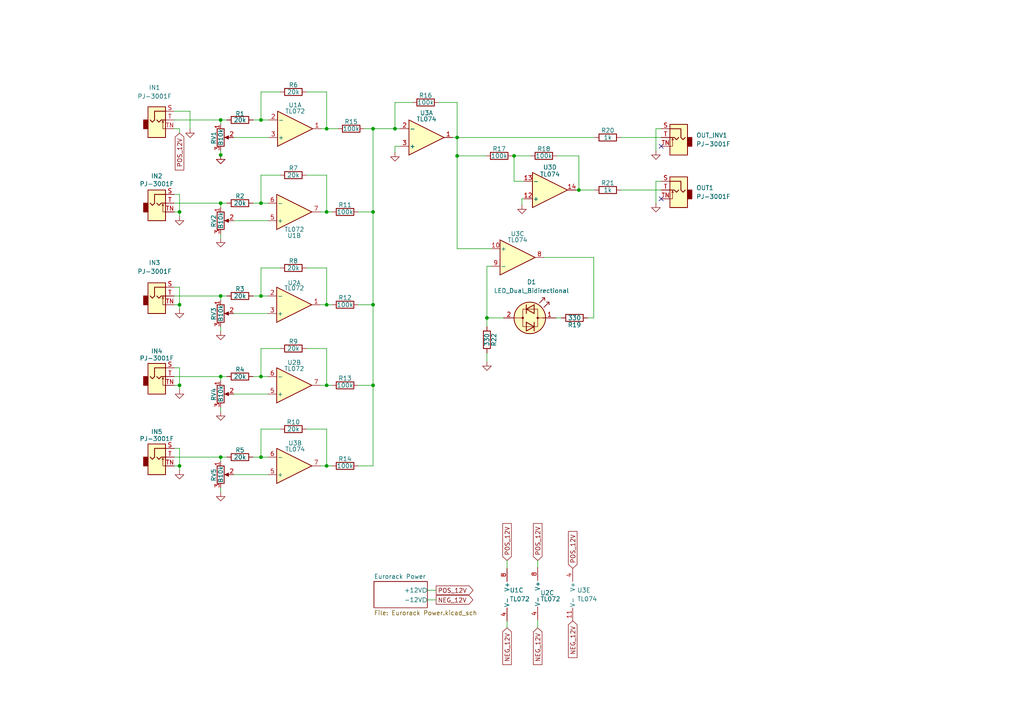
<source format=kicad_sch>
(kicad_sch (version 20211123) (generator eeschema)
  (paper "A4")
  (title_block (title "MiniAttenuMix") (rev "v0.3") (company "benjiaomodular") (comment 1 "CV Mixer with Attenuverted Inputs"))
  (lib_symbols
    (symbol "Amplifier_Operational:TL072" (pin_names (offset 0.127))
      (property "Reference" "U" (at 0 5.08 0))
      (property "Value" "TL072" (at 0 -5.08 0))
      (symbol "TL072_1_1"
        (polyline (pts (xy -5.08 5.08) (xy 5.08 0) (xy -5.08 -5.08) (xy -5.08 5.08)) (stroke (width 0.254)) (fill (type background)))
        (pin output line (at 7.62 0 180) (length 2.54) (name "~") (number "1"))
        (pin input line (at -7.62 -2.54 0) (length 2.54) (name "-") (number "2"))
        (pin input line (at -7.62 2.54 0) (length 2.54) (name "+") (number "3"))
      )
      (symbol "TL072_2_1"
        (polyline (pts (xy -5.08 5.08) (xy 5.08 0) (xy -5.08 -5.08) (xy -5.08 5.08)) (stroke (width 0.254)) (fill (type background)))
        (pin input line (at -7.62 2.54 0) (length 2.54) (name "+") (number "5"))
        (pin input line (at -7.62 -2.54 0) (length 2.54) (name "-") (number "6"))
        (pin output line (at 7.62 0 180) (length 2.54) (name "~") (number "7"))
      )
      (symbol "TL072_3_1"
        (pin power_in line (at -2.54 -7.62 90) (length 3.81) (name "V-") (number "4"))
        (pin power_in line (at -2.54 7.62 270) (length 3.81) (name "V+") (number "8"))
      )
    )
    (symbol "Amplifier_Operational:TL074" (pin_names (offset 0.127))
      (property "Reference" "U" (at 0 5.08 0))
      (property "Value" "TL074" (at 0 -5.08 0))
      (symbol "TL074_1_1"
        (polyline (pts (xy -5.08 5.08) (xy 5.08 0) (xy -5.08 -5.08) (xy -5.08 5.08)) (stroke (width 0.254)) (fill (type background)))
        (pin output line (at 7.62 0 180) (length 2.54) (name "~") (number "1"))
        (pin input line (at -7.62 -2.54 0) (length 2.54) (name "-") (number "2"))
        (pin input line (at -7.62 2.54 0) (length 2.54) (name "+") (number "3"))
      )
      (symbol "TL074_2_1"
        (polyline (pts (xy -5.08 5.08) (xy 5.08 0) (xy -5.08 -5.08) (xy -5.08 5.08)) (stroke (width 0.254)) (fill (type background)))
        (pin input line (at -7.62 2.54 0) (length 2.54) (name "+") (number "5"))
        (pin input line (at -7.62 -2.54 0) (length 2.54) (name "-") (number "6"))
        (pin output line (at 7.62 0 180) (length 2.54) (name "~") (number "7"))
      )
      (symbol "TL074_3_1"
        (polyline (pts (xy -5.08 5.08) (xy 5.08 0) (xy -5.08 -5.08) (xy -5.08 5.08)) (stroke (width 0.254)) (fill (type background)))
        (pin input line (at -7.62 2.54 0) (length 2.54) (name "+") (number "10"))
        (pin output line (at 7.62 0 180) (length 2.54) (name "~") (number "8"))
        (pin input line (at -7.62 -2.54 0) (length 2.54) (name "-") (number "9"))
      )
      (symbol "TL074_4_1"
        (polyline (pts (xy -5.08 5.08) (xy 5.08 0) (xy -5.08 -5.08) (xy -5.08 5.08)) (stroke (width 0.254)) (fill (type background)))
        (pin input line (at -7.62 2.54 0) (length 2.54) (name "+") (number "12"))
        (pin input line (at -7.62 -2.54 0) (length 2.54) (name "-") (number "13"))
        (pin output line (at 7.62 0 180) (length 2.54) (name "~") (number "14"))
      )
      (symbol "TL074_5_1"
        (pin power_in line (at -2.54 -7.62 90) (length 3.81) (name "V-") (number "11"))
        (pin power_in line (at -2.54 7.62 270) (length 3.81) (name "V+") (number "4"))
      )
    )
    (symbol "Connector:AudioJack2_SwitchT"
      (property "Reference" "J" (at 0 8.89 0))
      (property "Value" "AudioJack2_SwitchT" (at 0 6.35 0))
      (symbol "AudioJack2_SwitchT_0_1"
        (rectangle (start -2.54 0) (end -3.81 -2.54) (stroke (width 0.254)) (fill (type outline)))
        (polyline (pts (xy 1.778 -0.254) (xy 2.032 -0.762)))
        (polyline (pts (xy 0 0) (xy 0.635 -0.635) (xy 1.27 0) (xy 2.54 0)) (stroke (width 0.254)))
        (polyline (pts (xy 2.54 -2.54) (xy 1.778 -2.54) (xy 1.778 -0.254) (xy 1.524 -0.762)))
        (polyline (pts (xy 2.54 2.54) (xy -0.635 2.54) (xy -0.635 0) (xy -1.27 -0.635) (xy -1.905 0)) (stroke (width 0.254)))
        (rectangle (start 2.54 3.81) (end -2.54 -5.08) (stroke (width 0.254)) (fill (type background)))
      )
      (symbol "AudioJack2_SwitchT_1_1"
        (pin passive line (at 5.08 2.54 180) (length 2.54) (name "~") (number "S"))
        (pin passive line (at 5.08 0 180) (length 2.54) (name "~") (number "T"))
        (pin passive line (at 5.08 -2.54 180) (length 2.54) (name "~") (number "TN"))
      )
    )
    (symbol "Device:LED_Dual_Bidirectional" (pin_names (offset 0) hide)
      (property "Reference" "D" (at 0 5.715 0))
      (property "Value" "LED_Dual_Bidirectional" (at 0 -6.35 0))
      (symbol "LED_Dual_Bidirectional_0_1"
        (circle (center -2.032 0) (radius 0.254) (fill (type outline)))
        (polyline (pts (xy -4.572 0) (xy -2.54 0)))
        (polyline (pts (xy -2.032 0) (xy -2.54 0)))
        (polyline (pts (xy -1.016 3.81) (xy -1.016 1.27)) (stroke (width 0.254)))
        (polyline (pts (xy 1.27 -1.27) (xy 1.27 -3.81)) (stroke (width 0.254)))
        (polyline (pts (xy 4.064 0) (xy 2.286 0)) (fill (type outline)))
        (polyline (pts (xy 4.318 5.842) (xy 4.318 5.08)) (stroke (width 0.2032)))
        (polyline (pts (xy 5.588 4.572) (xy 5.588 3.81)) (stroke (width 0.2032)))
        (polyline (pts (xy 2.794 4.318) (xy 4.318 5.842) (xy 3.556 5.842)) (stroke (width 0.2032)))
        (polyline (pts (xy 4.064 3.048) (xy 5.588 4.572) (xy 4.826 4.572)) (stroke (width 0.2032)))
        (polyline (pts (xy -1.016 -1.27) (xy -1.016 -3.81) (xy 1.27 -2.54) (xy -1.016 -1.27)) (stroke (width 0.254)))
        (polyline (pts (xy 1.27 3.81) (xy 1.27 1.27) (xy -1.016 2.54) (xy 1.27 3.81)) (stroke (width 0.254)))
        (polyline (pts (xy 2.286 2.54) (xy -2.032 2.54) (xy -2.032 -2.54) (xy 2.286 -2.54) (xy 2.286 2.54)))
        (circle (center 0 0) (radius 4.572) (stroke (width 0.254)) (fill (type background)))
        (circle (center 2.286 0) (radius 0.254) (fill (type outline)))
      )
      (symbol "LED_Dual_Bidirectional_1_1"
        (pin input line (at 7.62 0 180) (length 3.81) (name "KA") (number "1"))
        (pin input line (at -7.62 0 0) (length 3.048) (name "AK") (number "2"))
      )
    )
    (symbol "Device:R" (pin_numbers hide) (pin_names (offset 0))
      (property "Reference" "R" (at 2.032 0 90))
      (property "Value" "R" (at 0 0 90))
      (symbol "R_0_1"
        (rectangle (start -1.016 -2.54) (end 1.016 2.54) (stroke (width 0.254)))
      )
      (symbol "R_1_1"
        (pin passive line (at 0 3.81 270) (length 1.27) (name "~") (number "1"))
        (pin passive line (at 0 -3.81 90) (length 1.27) (name "~") (number "2"))
      )
    )
    (symbol "Device:R_Potentiometer" (pin_names (offset 1.016) hide)
      (property "Reference" "RV" (at -4.445 0 90))
      (property "Value" "R_Potentiometer" (at -2.54 0 90))
      (symbol "R_Potentiometer_0_1"
        (polyline (pts (xy 2.54 0) (xy 1.524 0)))
        (polyline (pts (xy 1.143 0) (xy 2.286 0.508) (xy 2.286 -0.508) (xy 1.143 0)) (fill (type outline)))
        (rectangle (start 1.016 2.54) (end -1.016 -2.54) (stroke (width 0.254)))
      )
      (symbol "R_Potentiometer_1_1"
        (pin passive line (at 0 3.81 270) (length 1.27) (name "1") (number "1"))
        (pin passive line (at 3.81 0 180) (length 1.27) (name "2") (number "2"))
        (pin passive line (at 0 -3.81 90) (length 1.27) (name "3") (number "3"))
      )
    )
    (symbol "power:GND" (power) (pin_names (offset 0))
      (property "Value" "GND" (at 0 -3.81 0))
      (symbol "GND_0_1"
        (polyline (pts (xy 0 0) (xy 0 -1.27) (xy 1.27 -1.27) (xy 0 -2.54) (xy -1.27 -1.27) (xy 0 -1.27)))
      )
      (symbol "GND_1_1"
        (pin power_in line (at 0 0 270) (length 0) hide (name "GND") (number "1"))
      )
    )
  )
  (junction (at 132.588 45.212))
  (junction (at 94.742 37.338))
  (junction (at 94.742 88.392))
  (junction (at 64.008 34.798))
  (junction (at 75.692 132.588))
  (junction (at 132.588 39.878))
  (junction (at 64.008 58.928))
  (junction (at 75.692 85.852))
  (junction (at 52.07 88.392))
  (junction (at 149.098 45.212))
  (junction (at 94.742 135.128))
  (junction (at 64.008 132.588))
  (junction (at 52.07 61.468))
  (junction (at 52.07 111.76))
  (junction (at 64.008 85.852))
  (junction (at 64.008 44.958))
  (junction (at 94.742 61.468))
  (junction (at 114.554 37.338))
  (junction (at 94.742 111.76))
  (junction (at 108.204 61.468))
  (junction (at 108.204 111.76))
  (junction (at 52.07 135.128))
  (junction (at 75.692 58.928))
  (junction (at 108.204 37.338))
  (junction (at 108.204 88.392))
  (junction (at 141.224 92.202))
  (junction (at 167.894 55.118))
  (junction (at 75.692 34.798))
  (junction (at 64.008 109.22))
  (junction (at 75.692 109.22))
  (no_connect (at 191.77 42.418))
  (no_connect (at 191.77 57.658))
  (wire (pts (xy 108.204 88.392) (xy 103.886 88.392)))
  (wire (pts (xy 81.28 26.67) (xy 75.692 26.67)))
  (wire (pts (xy 52.07 130.048) (xy 52.07 135.128)))
  (wire (pts (xy 132.588 45.212) (xy 132.588 72.136)))
  (wire (pts (xy 50.546 61.468) (xy 52.07 61.468)))
  (wire (pts (xy 191.77 52.578) (xy 190.246 52.578)))
  (wire (pts (xy 50.546 132.588) (xy 64.008 132.588)))
  (wire (pts (xy 94.742 135.128) (xy 96.266 135.128)))
  (wire (pts (xy 94.742 77.724) (xy 94.742 88.392)))
  (wire (pts (xy 64.008 34.798) (xy 64.008 36.068)))
  (wire (pts (xy 50.546 58.928) (xy 64.008 58.928)))
  (wire (pts (xy 52.07 106.68) (xy 52.07 111.76)))
  (wire (pts (xy 52.07 88.392) (xy 52.07 89.662)))
  (wire (pts (xy 157.734 74.676) (xy 172.212 74.676)))
  (wire (pts (xy 81.28 77.724) (xy 75.692 77.724)))
  (wire (pts (xy 108.204 111.76) (xy 108.204 135.128)))
  (wire (pts (xy 94.742 26.67) (xy 94.742 37.338)))
  (wire (pts (xy 50.546 135.128) (xy 52.07 135.128)))
  (wire (pts (xy 94.742 88.392) (xy 92.964 88.392)))
  (wire (pts (xy 64.008 34.798) (xy 65.786 34.798)))
  (wire (pts (xy 147.066 162.56) (xy 147.066 164.846)))
  (wire (pts (xy 52.07 56.388) (xy 52.07 61.468)))
  (wire (pts (xy 50.546 106.68) (xy 52.07 106.68)))
  (wire (pts (xy 94.742 124.46) (xy 94.742 135.128)))
  (wire (pts (xy 50.546 85.852) (xy 64.008 85.852)))
  (wire (pts (xy 94.742 37.338) (xy 98.044 37.338)))
  (wire (pts (xy 94.742 88.392) (xy 96.266 88.392)))
  (wire (pts (xy 75.692 50.8) (xy 75.692 58.928)))
  (wire (pts (xy 132.588 45.212) (xy 132.588 39.878)))
  (wire (pts (xy 94.742 50.8) (xy 94.742 61.468)))
  (wire (pts (xy 64.008 132.588) (xy 65.786 132.588)))
  (wire (pts (xy 94.742 37.338) (xy 93.218 37.338)))
  (wire (pts (xy 114.554 29.718) (xy 114.554 37.338)))
  (wire (pts (xy 73.406 85.852) (xy 75.692 85.852)))
  (wire (pts (xy 141.224 92.202) (xy 141.224 94.742)))
  (wire (pts (xy 52.07 135.128) (xy 52.07 136.398)))
  (wire (pts (xy 88.9 124.46) (xy 94.742 124.46)))
  (wire (pts (xy 94.742 135.128) (xy 92.964 135.128)))
  (wire (pts (xy 67.818 64.008) (xy 77.724 64.008)))
  (wire (pts (xy 67.818 90.932) (xy 77.724 90.932)))
  (wire (pts (xy 75.692 34.798) (xy 77.978 34.798)))
  (wire (pts (xy 141.224 92.202) (xy 146.05 92.202)))
  (wire (pts (xy 64.008 132.588) (xy 64.008 133.858)))
  (wire (pts (xy 172.212 74.676) (xy 172.212 92.202)))
  (wire (pts (xy 132.588 39.878) (xy 172.466 39.878)))
  (wire (pts (xy 149.098 45.212) (xy 153.924 45.212)))
  (wire (pts (xy 88.9 101.092) (xy 94.742 101.092)))
  (wire (pts (xy 167.894 45.212) (xy 167.894 55.118)))
  (wire (pts (xy 55.118 32.258) (xy 55.118 37.338)))
  (wire (pts (xy 64.008 58.928) (xy 65.786 58.928)))
  (wire (pts (xy 141.224 102.362) (xy 141.224 104.902)))
  (wire (pts (xy 75.692 101.092) (xy 75.692 109.22)))
  (wire (pts (xy 52.07 37.338) (xy 52.07 38.608)))
  (wire (pts (xy 161.544 45.212) (xy 167.894 45.212)))
  (wire (pts (xy 50.546 88.392) (xy 52.07 88.392)))
  (wire (pts (xy 123.952 173.99) (xy 126.492 173.99)))
  (wire (pts (xy 180.086 39.878) (xy 191.77 39.878)))
  (wire (pts (xy 94.742 61.468) (xy 96.266 61.468)))
  (wire (pts (xy 64.008 67.818) (xy 64.008 69.088)))
  (wire (pts (xy 108.204 37.338) (xy 108.204 61.468)))
  (wire (pts (xy 155.956 164.592) (xy 155.956 162.56)))
  (wire (pts (xy 88.9 77.724) (xy 94.742 77.724)))
  (wire (pts (xy 149.098 45.212) (xy 149.098 52.578)))
  (wire (pts (xy 75.692 109.22) (xy 77.724 109.22)))
  (wire (pts (xy 88.9 26.67) (xy 94.742 26.67)))
  (wire (pts (xy 191.77 37.338) (xy 190.246 37.338)))
  (wire (pts (xy 180.086 55.118) (xy 191.77 55.118)))
  (wire (pts (xy 132.588 45.212) (xy 140.97 45.212)))
  (wire (pts (xy 64.008 109.22) (xy 64.008 110.49)))
  (wire (pts (xy 52.07 61.468) (xy 52.07 62.738)))
  (wire (pts (xy 127.254 29.718) (xy 132.588 29.718)))
  (wire (pts (xy 94.742 111.76) (xy 96.266 111.76)))
  (wire (pts (xy 52.07 83.312) (xy 52.07 88.392)))
  (wire (pts (xy 50.546 56.388) (xy 52.07 56.388)))
  (wire (pts (xy 75.692 58.928) (xy 77.724 58.928)))
  (wire (pts (xy 151.892 57.658) (xy 151.384 57.658)))
  (wire (pts (xy 167.894 55.118) (xy 167.132 55.118)))
  (wire (pts (xy 50.546 130.048) (xy 52.07 130.048)))
  (wire (pts (xy 167.894 55.118) (xy 172.466 55.118)))
  (wire (pts (xy 132.588 39.878) (xy 131.318 39.878)))
  (wire (pts (xy 64.008 94.742) (xy 64.008 96.012)))
  (wire (pts (xy 67.818 39.878) (xy 77.978 39.878)))
  (wire (pts (xy 155.956 182.118) (xy 155.956 179.832)))
  (wire (pts (xy 64.008 58.928) (xy 64.008 60.198)))
  (wire (pts (xy 50.546 109.22) (xy 64.008 109.22)))
  (wire (pts (xy 64.008 43.688) (xy 64.008 44.958)))
  (wire (pts (xy 119.634 29.718) (xy 114.554 29.718)))
  (wire (pts (xy 116.078 42.418) (xy 114.554 42.418)))
  (wire (pts (xy 67.818 137.668) (xy 77.724 137.668)))
  (wire (pts (xy 123.952 171.196) (xy 126.492 171.196)))
  (wire (pts (xy 81.28 101.092) (xy 75.692 101.092)))
  (wire (pts (xy 73.406 34.798) (xy 75.692 34.798)))
  (wire (pts (xy 147.066 180.086) (xy 147.066 182.118)))
  (wire (pts (xy 75.692 132.588) (xy 77.724 132.588)))
  (wire (pts (xy 148.59 45.212) (xy 149.098 45.212)))
  (wire (pts (xy 94.742 101.092) (xy 94.742 111.76)))
  (wire (pts (xy 64.008 118.11) (xy 64.008 119.38)))
  (wire (pts (xy 103.886 61.468) (xy 108.204 61.468)))
  (wire (pts (xy 73.406 132.588) (xy 75.692 132.588)))
  (wire (pts (xy 88.9 50.8) (xy 94.742 50.8)))
  (wire (pts (xy 75.692 85.852) (xy 77.724 85.852)))
  (wire (pts (xy 81.28 50.8) (xy 75.692 50.8)))
  (wire (pts (xy 108.204 37.338) (xy 114.554 37.338)))
  (wire (pts (xy 75.692 77.724) (xy 75.692 85.852)))
  (wire (pts (xy 50.546 32.258) (xy 55.118 32.258)))
  (wire (pts (xy 141.224 77.216) (xy 141.224 92.202)))
  (wire (pts (xy 50.546 34.798) (xy 64.008 34.798)))
  (wire (pts (xy 73.406 109.22) (xy 75.692 109.22)))
  (wire (pts (xy 132.588 29.718) (xy 132.588 39.878)))
  (wire (pts (xy 64.008 85.852) (xy 65.786 85.852)))
  (wire (pts (xy 149.098 52.578) (xy 151.892 52.578)))
  (wire (pts (xy 142.494 77.216) (xy 141.224 77.216)))
  (wire (pts (xy 114.554 42.418) (xy 114.554 44.196)))
  (wire (pts (xy 73.406 58.928) (xy 75.692 58.928)))
  (wire (pts (xy 64.008 109.22) (xy 65.786 109.22)))
  (wire (pts (xy 75.692 26.67) (xy 75.692 34.798)))
  (wire (pts (xy 114.554 37.338) (xy 116.078 37.338)))
  (wire (pts (xy 151.384 57.658) (xy 151.384 59.436)))
  (wire (pts (xy 108.204 88.392) (xy 108.204 111.76)))
  (wire (pts (xy 170.434 92.202) (xy 172.212 92.202)))
  (wire (pts (xy 105.664 37.338) (xy 108.204 37.338)))
  (wire (pts (xy 50.546 83.312) (xy 52.07 83.312)))
  (wire (pts (xy 132.588 72.136) (xy 142.494 72.136)))
  (wire (pts (xy 81.28 124.46) (xy 75.692 124.46)))
  (wire (pts (xy 52.07 111.76) (xy 52.07 113.03)))
  (wire (pts (xy 190.246 52.578) (xy 190.246 58.928)))
  (wire (pts (xy 75.692 124.46) (xy 75.692 132.588)))
  (wire (pts (xy 161.29 92.202) (xy 162.814 92.202)))
  (wire (pts (xy 108.204 61.468) (xy 108.204 88.392)))
  (wire (pts (xy 108.204 135.128) (xy 103.886 135.128)))
  (wire (pts (xy 50.546 37.338) (xy 52.07 37.338)))
  (wire (pts (xy 67.818 114.3) (xy 77.724 114.3)))
  (wire (pts (xy 64.008 85.852) (xy 64.008 87.122)))
  (wire (pts (xy 94.742 61.468) (xy 92.964 61.468)))
  (wire (pts (xy 190.246 37.338) (xy 190.246 43.688)))
  (wire (pts (xy 94.742 111.76) (xy 92.964 111.76)))
  (wire (pts (xy 50.546 111.76) (xy 52.07 111.76)))
  (wire (pts (xy 64.008 141.478) (xy 64.008 142.748)))
  (wire (pts (xy 108.204 111.76) (xy 103.886 111.76)))
  (global_label "NEG_12V" (shape input) (at 155.956 182.118 270) (property "Intersheet References" "${INTERSHEET_REFS}" (effects hide)))
  (global_label "POS_12V" (shape input) (at 155.956 162.56 90) (property "Intersheet References" "${INTERSHEET_REFS}" (effects hide)))
  (global_label "POS_12V" (shape input) (at 147.066 162.56 90) (property "Intersheet References" "${INTERSHEET_REFS}" (effects hide)))
  (global_label "NEG_12V" (shape output) (at 126.492 173.99 0) (property "Intersheet References" "${INTERSHEET_REFS}" (effects hide)))
  (global_label "NEG_12V" (shape input) (at 147.066 182.118 270) (property "Intersheet References" "${INTERSHEET_REFS}" (effects hide)))
  (global_label "POS_12V" (shape input) (at 52.07 38.608 270) (property "Intersheet References" "${INTERSHEET_REFS}" (effects hide)))
  (global_label "POS_12V" (shape output) (at 126.492 171.196 0) (property "Intersheet References" "${INTERSHEET_REFS}" (effects hide)))
  (global_label "NEG_12V" (shape input) (at 166.116 180.086 270) (property "Intersheet References" "${INTERSHEET_REFS}" (effects hide)))
  (global_label "POS_12V" (shape input) (at 166.116 164.846 90) (property "Intersheet References" "${INTERSHEET_REFS}" (effects hide)))
  (symbol (lib_id "Device:R") (at 100.076 61.468 90) (unit 1)
    (property "Reference" "R11" (at 100.076 59.436 90))
    (property "Value" "100k" (at 100.076 61.468 90))
    (property "Footprint" "Resistor_SMD:R_0603_1608Metric_Pad0.98x0.95mm_HandSolder" (effects hide))
    (property "Manufacturers Name" "YAGEO" (effects hide))
    (property "Manufacturers Part Number" "RC0603FR-07100KL " (effects hide))
  )
  (symbol (lib_id "power:GND") (at 64.008 96.012 0) (unit 1)
    (property "Reference" "#PWR09" (effects hide))
    (property "Value" "GND" (effects hide))
  )
  (symbol (lib_id "power:GND") (at 52.07 136.398 0) (unit 1)
    (property "Reference" "#PWR04" (effects hide))
    (property "Value" "GND" (effects hide))
  )
  (symbol (lib_id "Device:R") (at 166.624 92.202 270) (unit 1)
    (property "Reference" "R19" (at 166.624 94.234 90))
    (property "Value" "330" (at 166.624 92.202 90))
    (property "Footprint" "Resistor_SMD:R_0603_1608Metric_Pad0.98x0.95mm_HandSolder" (effects hide))
    (property "Manufacturers Name" "TE Connectivity / Holsworthy" (effects hide))
    (property "Manufacturers Part Number" "CRG0603F330R" (effects hide))
  )
  (symbol (lib_id "Amplifier_Operational:TL074") (at 168.656 172.466 0) (unit 5)
    (property "Reference" "U3" (at 167.386 171.1959 0) (effects (justify left)))
    (property "Value" "TL074" (at 167.386 173.7359 0) (effects (justify left)))
    (property "Footprint" "Package_SO:SOIC-14_3.9x8.7mm_P1.27mm" (effects hide))
    (property "Datasheet" "http://www.ti.com/lit/ds/symlink/tl071.pdf" (effects hide))
    (property "Manufacturers Name" "STMicroelectronics" (effects hide))
    (property "Manufacturers Part Number" "TL074ACDT " (effects hide))
  )
  (symbol (lib_id "power:GND") (at 64.008 119.38 0) (unit 1)
    (property "Reference" "#PWR010" (effects hide))
    (property "Value" "GND" (effects hide))
  )
  (symbol (lib_id "power:GND") (at 151.384 59.436 0) (unit 1)
    (property "Reference" "#PWR013" (effects hide))
    (property "Value" "GND" (effects hide))
  )
  (symbol (lib_id "Amplifier_Operational:TL072") (at 85.344 88.392 0) (mirror x) (unit 1)
    (property "Reference" "U2" (at 85.344 82.042 0))
    (property "Value" "TL072" (at 85.344 83.566 0))
    (property "Footprint" "Package_SO:SOIC-8_3.9x4.9mm_P1.27mm" (effects hide))
    (property "Datasheet" "http://www.ti.com/lit/ds/symlink/tl071.pdf" (effects hide))
    (property "Manufacturers Name" "STMicroelectronics" (effects hide))
    (property "Manufacturers Part Number" "TL072CDT" (effects hide))
  )
  (symbol (lib_id "Device:R_Potentiometer") (at 64.008 64.008 0) (unit 1)
    (property "Reference" "RV2" (at 61.976 62.23 90) (effects (justify right)))
    (property "Value" "B10k" (at 64.008 61.468 90) (effects (justify right)))
    (property "Footprint" "benjiaomodular:Potentiometer_RV09" (effects hide))
    (property "Manufacturers Name" "Alpha (Taiwan)" (effects hide))
    (property "Manufacturers Part Number" "RD901F-40-15R1-B100K" (effects hide))
  )
  (symbol (lib_id "Device:R") (at 144.78 45.212 90) (unit 1)
    (property "Reference" "R17" (at 144.78 43.18 90))
    (property "Value" "100k" (at 144.78 45.212 90))
    (property "Footprint" "Resistor_SMD:R_0603_1608Metric_Pad0.98x0.95mm_HandSolder" (effects hide))
    (property "Manufacturers Name" "YAGEO" (effects hide))
    (property "Manufacturers Part Number" "RC0603FR-07100KL " (effects hide))
  )
  (symbol (lib_id "Device:R") (at 101.854 37.338 90) (unit 1)
    (property "Reference" "R15" (at 101.854 35.306 90))
    (property "Value" "100k" (at 101.854 37.338 90))
    (property "Footprint" "Resistor_SMD:R_0603_1608Metric_Pad0.98x0.95mm_HandSolder" (effects hide))
    (property "Manufacturers Name" "YAGEO" (effects hide))
    (property "Manufacturers Part Number" "RC0603FR-07100KL " (effects hide))
  )
  (symbol (lib_id "Device:LED_Dual_Bidirectional") (at 153.67 92.202 0) (unit 1)
    (property "Reference" "D1" (at 154.1653 81.788 0))
    (property "Value" "LED_Dual_Bidirectional" (at 154.1653 84.328 0))
    (property "Footprint" "LED_THT:LED_D3.0mm" (effects hide))
    (property "Manufacturers Name" "KENTO" (effects hide))
    (property "Manufacturers Part Number" "3ARG4HWC" (effects hide))
  )
  (symbol (lib_id "Device:R_Potentiometer") (at 64.008 90.932 0) (unit 1)
    (property "Reference" "RV3" (at 61.976 89.154 90) (effects (justify right)))
    (property "Value" "B10k" (at 64.008 88.392 90) (effects (justify right)))
    (property "Footprint" "benjiaomodular:Potentiometer_RV09" (effects hide))
    (property "Manufacturers Name" "Alpha (Taiwan)" (effects hide))
    (property "Manufacturers Part Number" "RD901F-40-15R1-B100K" (effects hide))
  )
  (symbol (lib_id "power:GND") (at 52.07 113.03 0) (unit 1)
    (property "Reference" "#PWR03" (effects hide))
    (property "Value" "GND" (effects hide))
  )
  (symbol (lib_id "Device:R") (at 69.596 132.588 90) (unit 1)
    (property "Reference" "R5" (at 69.596 130.556 90))
    (property "Value" "20k" (at 69.596 132.588 90))
    (property "Footprint" "Resistor_SMD:R_0603_1608Metric_Pad0.98x0.95mm_HandSolder" (effects hide))
    (property "Manufacturers Name" "YAGEO" (effects hide))
    (property "Manufacturers Part Number" "RC0603FR-0720KL" (effects hide))
  )
  (symbol (lib_id "Connector:AudioJack2_SwitchT") (at 45.466 109.22 0) (unit 1)
    (property "Reference" "IN4" (at 45.466 101.854 0))
    (property "Value" "PJ-3001F" (at 45.466 103.886 0))
    (property "Footprint" "benjiaomodular:AudioJack_3.5mm" (effects hide))
    (property "Manufacturers Name" "Tayda Electronics" (effects hide))
    (property "Manufacturers Part Number" "PJ-3001F" (effects hide))
  )
  (symbol (lib_id "Device:R") (at 85.09 124.46 90) (unit 1)
    (property "Reference" "R10" (at 85.09 122.428 90))
    (property "Value" "20k" (at 85.09 124.46 90))
    (property "Footprint" "Resistor_SMD:R_0603_1608Metric_Pad0.98x0.95mm_HandSolder" (effects hide))
    (property "Manufacturers Name" "YAGEO" (effects hide))
    (property "Manufacturers Part Number" "RC0603FR-0720KL" (effects hide))
  )
  (symbol (lib_id "Device:R") (at 157.734 45.212 90) (unit 1)
    (property "Reference" "R18" (at 157.734 43.18 90))
    (property "Value" "100k" (at 157.734 45.212 90))
    (property "Footprint" "Resistor_SMD:R_0603_1608Metric_Pad0.98x0.95mm_HandSolder" (effects hide))
    (property "Manufacturers Name" "YAGEO" (effects hide))
    (property "Manufacturers Part Number" "RC0603FR-07100KL " (effects hide))
  )
  (symbol (lib_id "Device:R") (at 85.09 77.724 90) (unit 1)
    (property "Reference" "R8" (at 85.09 75.692 90))
    (property "Value" "20k" (at 85.09 77.724 90))
    (property "Footprint" "Resistor_SMD:R_0603_1608Metric_Pad0.98x0.95mm_HandSolder" (effects hide))
    (property "Manufacturers Name" "YAGEO" (effects hide))
    (property "Manufacturers Part Number" "RC0603FR-0720KL" (effects hide))
  )
  (symbol (lib_id "Connector:AudioJack2_SwitchT") (at 45.466 132.588 0) (unit 1)
    (property "Reference" "IN5" (at 45.466 125.222 0))
    (property "Value" "PJ-3001F" (at 45.466 127.254 0))
    (property "Footprint" "benjiaomodular:AudioJack_3.5mm" (effects hide))
    (property "Manufacturers Name" "Tayda Electronics" (effects hide))
    (property "Manufacturers Part Number" "PJ-3001F" (effects hide))
  )
  (symbol (lib_id "Device:R") (at 69.596 109.22 90) (unit 1)
    (property "Reference" "R4" (at 69.596 107.188 90))
    (property "Value" "20k" (at 69.596 109.22 90))
    (property "Footprint" "Resistor_SMD:R_0603_1608Metric_Pad0.98x0.95mm_HandSolder" (effects hide))
    (property "Manufacturers Name" "YAGEO" (effects hide))
    (property "Manufacturers Part Number" "RC0603FR-0720KL" (effects hide))
  )
  (symbol (lib_id "Device:R") (at 85.09 50.8 90) (unit 1)
    (property "Reference" "R7" (at 85.09 48.768 90))
    (property "Value" "20k" (at 85.09 50.8 90))
    (property "Footprint" "Resistor_SMD:R_0603_1608Metric_Pad0.98x0.95mm_HandSolder" (effects hide))
    (property "Manufacturers Name" "YAGEO" (effects hide))
    (property "Manufacturers Part Number" "RC0603FR-0720KL" (effects hide))
  )
  (symbol (lib_id "power:GND") (at 64.008 44.958 0) (unit 1)
    (property "Reference" "#PWR06" (effects hide))
    (property "Value" "GND" (effects hide))
  )
  (symbol (lib_id "Device:R") (at 176.276 55.118 90) (unit 1)
    (property "Reference" "R21" (at 176.276 53.086 90))
    (property "Value" "1k" (at 176.276 55.118 90))
    (property "Footprint" "Resistor_SMD:R_0603_1608Metric_Pad0.98x0.95mm_HandSolder" (effects hide))
    (property "Manufacturers Name" "YAGEO" (effects hide))
    (property "Manufacturers Part Number" "RC0603FR-071KL " (effects hide))
  )
  (symbol (lib_id "Device:R") (at 69.596 85.852 90) (unit 1)
    (property "Reference" "R3" (at 69.596 83.82 90))
    (property "Value" "20k" (at 69.596 85.852 90))
    (property "Footprint" "Resistor_SMD:R_0603_1608Metric_Pad0.98x0.95mm_HandSolder" (effects hide))
    (property "Manufacturers Name" "YAGEO" (effects hide))
    (property "Manufacturers Part Number" "RC0603FR-0720KL" (effects hide))
  )
  (symbol (lib_id "Device:R") (at 123.444 29.718 90) (unit 1)
    (property "Reference" "R16" (at 123.444 27.686 90))
    (property "Value" "100k" (at 123.444 29.718 90))
    (property "Footprint" "Resistor_SMD:R_0603_1608Metric_Pad0.98x0.95mm_HandSolder" (effects hide))
    (property "Manufacturers Name" "YAGEO" (effects hide))
    (property "Manufacturers Part Number" "RC0603FR-07100KL " (effects hide))
  )
  (symbol (lib_id "power:GND") (at 64.008 69.088 0) (unit 1)
    (property "Reference" "#PWR08" (effects hide))
    (property "Value" "GND" (effects hide))
  )
  (symbol (lib_id "Amplifier_Operational:TL074") (at 123.698 39.878 0) (mirror x) (unit 1)
    (property "Reference" "U3" (at 123.698 32.766 0))
    (property "Value" "TL074" (at 123.698 34.544 0))
    (property "Footprint" "Package_SO:SOIC-14_3.9x8.7mm_P1.27mm" (effects hide))
    (property "Datasheet" "http://www.ti.com/lit/ds/symlink/tl071.pdf" (effects hide))
    (property "Manufacturers Name" "STMicroelectronics" (effects hide))
    (property "Manufacturers Part Number" "TL074ACDT " (effects hide))
  )
  (symbol (lib_id "Device:R_Potentiometer") (at 64.008 137.668 0) (unit 1)
    (property "Reference" "RV5" (at 61.976 135.89 90) (effects (justify right)))
    (property "Value" "B10k" (at 64.008 135.128 90) (effects (justify right)))
    (property "Footprint" "benjiaomodular:Potentiometer_RV09" (effects hide))
    (property "Manufacturers Name" "Alpha (Taiwan)" (effects hide))
    (property "Manufacturers Part Number" "RD901F-40-15R1-B100K" (effects hide))
  )
  (symbol (lib_id "Connector:AudioJack2_SwitchT") (at 196.85 55.118 0) (mirror y) (unit 1)
    (property "Reference" "OUT1" (at 201.93 54.4829 0) (effects (justify right)))
    (property "Value" "PJ-3001F" (at 201.93 57.0229 0) (effects (justify right)))
    (property "Footprint" "benjiaomodular:AudioJack_3.5mm" (effects hide))
    (property "Manufacturers Name" "Tayda Electronics" (effects hide))
    (property "Manufacturers Part Number" "PJ-3001F" (effects hide))
  )
  (symbol (lib_id "Device:R") (at 85.09 26.67 90) (unit 1)
    (property "Reference" "R6" (at 85.09 24.638 90))
    (property "Value" "20k" (at 85.09 26.67 90))
    (property "Footprint" "Resistor_SMD:R_0603_1608Metric_Pad0.98x0.95mm_HandSolder" (effects hide))
    (property "Manufacturers Name" "YAGEO" (effects hide))
    (property "Manufacturers Part Number" "RC0603FR-0720KL" (effects hide))
  )
  (symbol (lib_id "power:GND") (at 64.008 142.748 0) (unit 1)
    (property "Reference" "#PWR011" (effects hide))
    (property "Value" "GND" (effects hide))
  )
  (symbol (lib_id "Amplifier_Operational:TL072") (at 85.344 61.468 0) (mirror x) (unit 2)
    (property "Reference" "U1" (at 85.344 68.326 0))
    (property "Value" "TL072" (at 85.344 66.548 0))
    (property "Footprint" "Package_SO:SOIC-8_3.9x4.9mm_P1.27mm" (effects hide))
    (property "Datasheet" "http://www.ti.com/lit/ds/symlink/tl071.pdf" (effects hide))
    (property "Manufacturers Name" "STMicroelectronics" (effects hide))
    (property "Manufacturers Part Number" "TL072CDT" (effects hide))
  )
  (symbol (lib_id "Device:R") (at 141.224 98.552 0) (unit 1)
    (property "Reference" "R22" (at 143.256 98.552 90))
    (property "Value" "330" (at 141.224 98.552 90))
    (property "Footprint" "Resistor_SMD:R_0603_1608Metric_Pad0.98x0.95mm_HandSolder" (effects hide))
    (property "Manufacturers Name" "TE Connectivity / Holsworthy" (effects hide))
    (property "Manufacturers Part Number" "CRG0603F330R" (effects hide))
  )
  (symbol (lib_id "Device:R") (at 100.076 111.76 90) (unit 1)
    (property "Reference" "R13" (at 100.076 109.728 90))
    (property "Value" "100k" (at 100.076 111.76 90))
    (property "Footprint" "Resistor_SMD:R_0603_1608Metric_Pad0.98x0.95mm_HandSolder" (effects hide))
    (property "Manufacturers Name" "YAGEO" (effects hide))
    (property "Manufacturers Part Number" "RC0603FR-07100KL " (effects hide))
  )
  (symbol (lib_id "Amplifier_Operational:TL072") (at 85.344 111.76 0) (mirror x) (unit 2)
    (property "Reference" "U2" (at 85.344 105.156 0))
    (property "Value" "TL072" (at 85.344 106.934 0))
    (property "Footprint" "Package_SO:SOIC-8_3.9x4.9mm_P1.27mm" (effects hide))
    (property "Datasheet" "http://www.ti.com/lit/ds/symlink/tl071.pdf" (effects hide))
    (property "Manufacturers Name" "STMicroelectronics" (effects hide))
    (property "Manufacturers Part Number" "TL072CDT" (effects hide))
  )
  (symbol (lib_id "power:GND") (at 190.246 58.928 0) (mirror y) (unit 1)
    (property "Reference" "#PWR016" (effects hide))
    (property "Value" "GND" (effects hide))
  )
  (symbol (lib_id "Connector:AudioJack2_SwitchT") (at 45.466 85.852 0) (unit 1)
    (property "Reference" "IN3" (at 44.831 76.2 0))
    (property "Value" "PJ-3001F" (at 44.831 78.74 0))
    (property "Footprint" "benjiaomodular:AudioJack_3.5mm" (effects hide))
    (property "Manufacturers Name" "Tayda Electronics" (effects hide))
    (property "Manufacturers Part Number" "PJ-3001F" (effects hide))
  )
  (symbol (lib_id "Device:R") (at 100.076 88.392 90) (unit 1)
    (property "Reference" "R12" (at 100.076 86.36 90))
    (property "Value" "100k" (at 100.076 88.392 90))
    (property "Footprint" "Resistor_SMD:R_0603_1608Metric_Pad0.98x0.95mm_HandSolder" (effects hide))
    (property "Manufacturers Name" "YAGEO" (effects hide))
    (property "Manufacturers Part Number" "RC0603FR-07100KL " (effects hide))
  )
  (symbol (lib_id "Amplifier_Operational:TL072") (at 149.606 172.466 0) (unit 3)
    (property "Reference" "U1" (at 147.828 171.1959 0) (effects (justify left)))
    (property "Value" "TL072" (at 147.828 173.7359 0) (effects (justify left)))
    (property "Footprint" "Package_SO:SOIC-8_3.9x4.9mm_P1.27mm" (effects hide))
    (property "Datasheet" "http://www.ti.com/lit/ds/symlink/tl071.pdf" (effects hide))
    (property "Manufacturers Name" "STMicroelectronics" (effects hide))
    (property "Manufacturers Part Number" "TL072CDT" (effects hide))
  )
  (symbol (lib_id "Connector:AudioJack2_SwitchT") (at 45.466 34.798 0) (unit 1)
    (property "Reference" "IN1" (at 44.831 25.4 0))
    (property "Value" "PJ-3001F" (at 44.831 27.94 0))
    (property "Footprint" "benjiaomodular:AudioJack_3.5mm" (effects hide))
    (property "Manufacturers Name" "Tayda Electronics" (effects hide))
    (property "Manufacturers Part Number" "PJ-3001F" (effects hide))
  )
  (symbol (lib_id "Amplifier_Operational:TL074") (at 85.344 135.128 0) (mirror x) (unit 2)
    (property "Reference" "U3" (at 85.598 128.524 0))
    (property "Value" "TL074" (at 85.598 130.302 0))
    (property "Footprint" "Package_SO:SOIC-14_3.9x8.7mm_P1.27mm" (effects hide))
    (property "Datasheet" "http://www.ti.com/lit/ds/symlink/tl071.pdf" (effects hide))
    (property "Manufacturers Name" "STMicroelectronics" (effects hide))
    (property "Manufacturers Part Number" "TL074ACDT " (effects hide))
  )
  (symbol (lib_id "Device:R_Potentiometer") (at 64.008 114.3 0) (unit 1)
    (property "Reference" "RV4" (at 61.976 112.522 90) (effects (justify right)))
    (property "Value" "B10k" (at 64.008 111.76 90) (effects (justify right)))
    (property "Footprint" "benjiaomodular:Potentiometer_RV09" (effects hide))
    (property "Manufacturers Name" "Alpha (Taiwan)" (effects hide))
    (property "Manufacturers Part Number" "RD901F-40-15R1-B100K" (effects hide))
  )
  (symbol (lib_id "Amplifier_Operational:TL072") (at 153.416 172.212 0) (mirror y) (unit 3)
    (property "Reference" "U2" (at 156.718 171.958 0) (effects (justify right)))
    (property "Value" "TL072" (at 156.718 173.736 0) (effects (justify right)))
    (property "Footprint" "Package_SO:SOIC-8_3.9x4.9mm_P1.27mm" (effects hide))
    (property "Datasheet" "http://www.ti.com/lit/ds/symlink/tl071.pdf" (effects hide))
    (property "Manufacturers Name" "STMicroelectronics" (effects hide))
    (property "Manufacturers Part Number" "TL072CDT" (effects hide))
  )
  (symbol (lib_id "Device:R") (at 69.596 34.798 90) (unit 1)
    (property "Reference" "R1" (at 69.596 33.02 90))
    (property "Value" "20k" (at 69.596 34.798 90))
    (property "Footprint" "Resistor_SMD:R_0603_1608Metric_Pad0.98x0.95mm_HandSolder" (effects hide))
    (property "Manufacturers Name" "YAGEO" (effects hide))
    (property "Manufacturers Part Number" "RC0603FR-0720KL" (effects hide))
  )
  (symbol (lib_id "power:GND") (at 55.118 37.338 0) (unit 1)
    (property "Reference" "#PWR05" (effects hide))
    (property "Value" "GND" (effects hide))
  )
  (symbol (lib_id "Device:R") (at 100.076 135.128 90) (unit 1)
    (property "Reference" "R14" (at 100.076 133.096 90))
    (property "Value" "100k" (at 100.076 135.128 90))
    (property "Footprint" "Resistor_SMD:R_0603_1608Metric_Pad0.98x0.95mm_HandSolder" (effects hide))
    (property "Manufacturers Name" "YAGEO" (effects hide))
    (property "Manufacturers Part Number" "RC0603FR-07100KL " (effects hide))
  )
  (symbol (lib_id "Device:R") (at 85.09 101.092 90) (unit 1)
    (property "Reference" "R9" (at 85.09 99.06 90))
    (property "Value" "20k" (at 85.09 101.092 90))
    (property "Footprint" "Resistor_SMD:R_0603_1608Metric_Pad0.98x0.95mm_HandSolder" (effects hide))
    (property "Manufacturers Name" "YAGEO" (effects hide))
    (property "Manufacturers Part Number" "RC0603FR-0720KL" (effects hide))
  )
  (symbol (lib_id "Device:R") (at 69.596 58.928 90) (unit 1)
    (property "Reference" "R2" (at 69.596 56.896 90))
    (property "Value" "20k" (at 69.596 58.928 90))
    (property "Footprint" "Resistor_SMD:R_0603_1608Metric_Pad0.98x0.95mm_HandSolder" (effects hide))
    (property "Manufacturers Name" "YAGEO" (effects hide))
    (property "Manufacturers Part Number" "RC0603FR-0720KL" (effects hide))
  )
  (symbol (lib_id "power:GND") (at 52.07 89.662 0) (unit 1)
    (property "Reference" "#PWR02" (effects hide))
    (property "Value" "GND" (effects hide))
  )
  (symbol (lib_id "Amplifier_Operational:TL074") (at 150.114 74.676 0) (unit 3)
    (property "Reference" "U3" (at 150.114 67.818 0))
    (property "Value" "TL074" (at 150.114 69.596 0))
    (property "Footprint" "Package_SO:SOIC-14_3.9x8.7mm_P1.27mm" (effects hide))
    (property "Datasheet" "http://www.ti.com/lit/ds/symlink/tl071.pdf" (effects hide))
    (property "Manufacturers Name" "STMicroelectronics" (effects hide))
    (property "Manufacturers Part Number" "TL074ACDT " (effects hide))
  )
  (symbol (lib_id "Amplifier_Operational:TL074") (at 159.512 55.118 0) (mirror x) (unit 4)
    (property "Reference" "U3" (at 159.512 48.514 0))
    (property "Value" "TL074" (at 159.512 50.546 0))
    (property "Footprint" "Package_SO:SOIC-14_3.9x8.7mm_P1.27mm" (effects hide))
    (property "Datasheet" "http://www.ti.com/lit/ds/symlink/tl071.pdf" (effects hide))
    (property "Manufacturers Name" "STMicroelectronics" (effects hide))
    (property "Manufacturers Part Number" "TL074ACDT " (effects hide))
  )
  (symbol (lib_id "power:GND") (at 64.008 44.958 0) (unit 1)
    (property "Reference" "#PWR07" (effects hide))
    (property "Value" "GND" (effects hide))
  )
  (symbol (lib_id "Connector:AudioJack2_SwitchT") (at 196.85 39.878 0) (mirror y) (unit 1)
    (property "Reference" "OUT_INV1" (at 201.93 39.2429 0) (effects (justify right)))
    (property "Value" "PJ-3001F" (at 201.93 41.7829 0) (effects (justify right)))
    (property "Footprint" "benjiaomodular:AudioJack_3.5mm" (effects hide))
    (property "Manufacturers Name" "Tayda Electronics" (effects hide))
    (property "Manufacturers Part Number" "PJ-3001F" (effects hide))
  )
  (symbol (lib_id "Amplifier_Operational:TL072") (at 85.598 37.338 0) (mirror x) (unit 1)
    (property "Reference" "U1" (at 85.598 30.48 0))
    (property "Value" "TL072" (at 85.598 32.258 0))
    (property "Footprint" "Package_SO:SOIC-8_3.9x4.9mm_P1.27mm" (effects hide))
    (property "Datasheet" "http://www.ti.com/lit/ds/symlink/tl071.pdf" (effects hide))
    (property "Manufacturers Name" "STMicroelectronics" (effects hide))
    (property "Manufacturers Part Number" "TL072CDT" (effects hide))
  )
  (symbol (lib_id "Device:R") (at 176.276 39.878 90) (unit 1)
    (property "Reference" "R20" (at 176.276 37.846 90))
    (property "Value" "1k" (at 176.276 39.878 90))
    (property "Footprint" "Resistor_SMD:R_0603_1608Metric_Pad0.98x0.95mm_HandSolder" (effects hide))
    (property "Manufacturers Name" "YAGEO" (effects hide))
    (property "Manufacturers Part Number" "RC0603FR-071KL " (effects hide))
  )
  (symbol (lib_id "power:GND") (at 52.07 62.738 0) (unit 1)
    (property "Reference" "#PWR01" (effects hide))
    (property "Value" "GND" (effects hide))
  )
  (symbol (lib_id "Device:R_Potentiometer") (at 64.008 39.878 0) (unit 1)
    (property "Reference" "RV1" (at 61.976 38.1 90) (effects (justify right)))
    (property "Value" "B10k" (at 64.008 37.338 90) (effects (justify right)))
    (property "Footprint" "benjiaomodular:Potentiometer_RV09" (effects hide))
    (property "Manufacturers Name" "Alpha (Taiwan)" (effects hide))
    (property "Manufacturers Part Number" "RD901F-40-15R1-B100K" (effects hide))
  )
  (symbol (lib_id "power:GND") (at 141.224 104.902 0) (mirror y) (unit 1)
    (property "Reference" "#PWR014" (effects hide))
    (property "Value" "GND" (effects hide))
  )
  (symbol (lib_id "power:GND") (at 114.554 44.196 0) (unit 1)
    (property "Reference" "#PWR012" (effects hide))
    (property "Value" "GND" (effects hide))
  )
  (symbol (lib_id "Connector:AudioJack2_SwitchT") (at 45.466 58.928 0) (unit 1)
    (property "Reference" "IN2" (at 45.466 51.054 0))
    (property "Value" "PJ-3001F" (at 45.466 53.34 0))
    (property "Footprint" "benjiaomodular:AudioJack_3.5mm" (effects hide))
    (property "Manufacturers Name" "Tayda Electronics" (effects hide))
    (property "Manufacturers Part Number" "PJ-3001F" (effects hide))
  )
  (symbol (lib_id "power:GND") (at 190.246 43.688 0) (mirror y) (unit 1)
    (property "Reference" "#PWR015" (effects hide))
    (property "Value" "GND" (effects hide))
  )
  (sheet (at 108.458 168.656) (size 15.494 7.62) (stroke (width 0.1524))
    (property "Sheet name" "Eurorack Power" (at 108.458 167.9444 0) (effects (justify left bottom)))
    (property "Sheet file" "Eurorack Power.kicad_sch" (at 108.458 177.038 0) (effects (justify left top)))
    (pin "+12V" output (at 123.952 171.196 0))
    (pin "-12V" output (at 123.952 173.99 0))
  )
)
</source>
